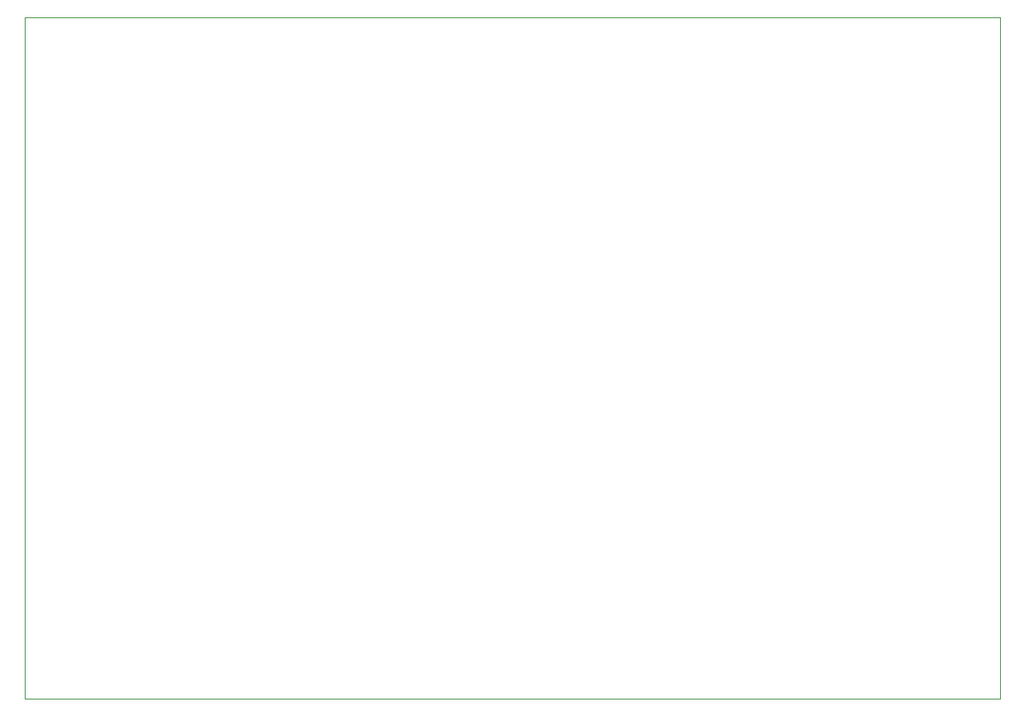
<source format=gbr>
%FSLAX34Y34*%
%MOMM*%
%LNOUTLINE*%
G71*
G01*
%ADD10C, 0.00*%
%LPD*%
G54D10*
X-50000Y1050000D02*
X950000Y1050000D01*
X950000Y350000D01*
X-50000Y350000D01*
X-50000Y1050000D01*
M02*

</source>
